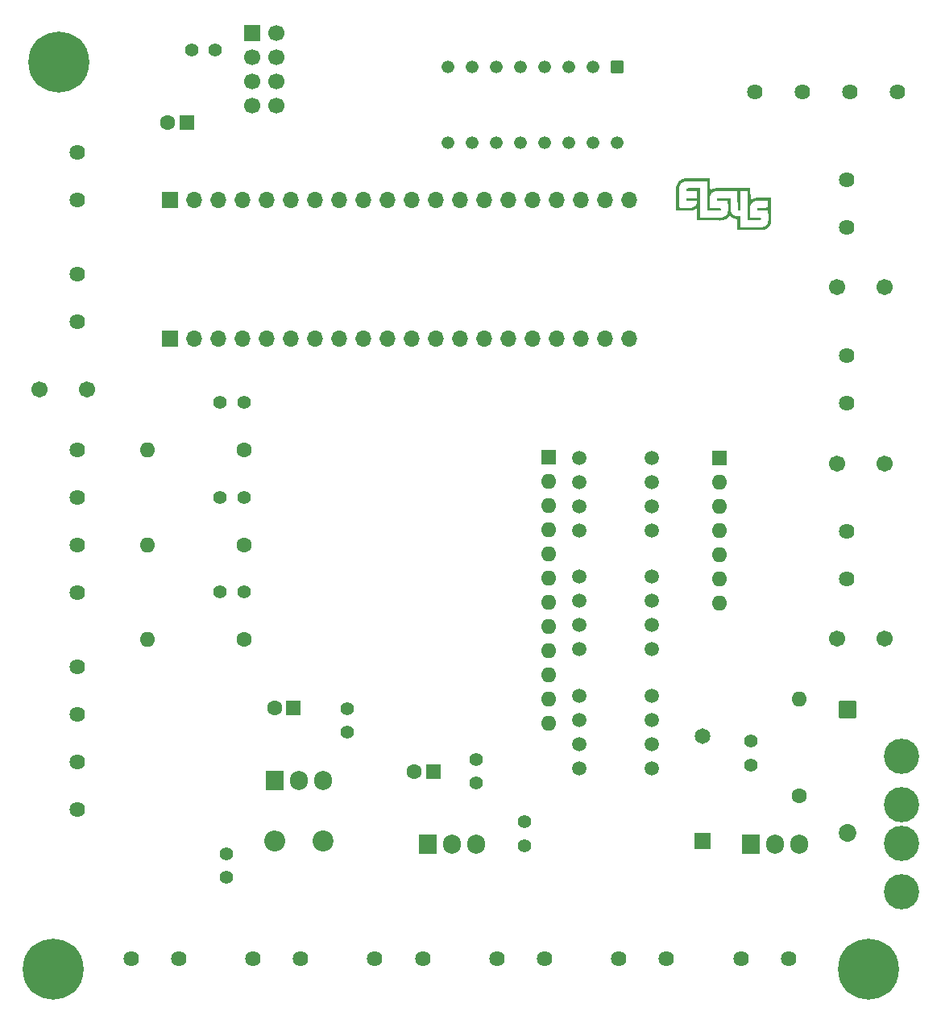
<source format=gbr>
%TF.GenerationSoftware,KiCad,Pcbnew,7.0.9*%
%TF.CreationDate,2024-04-29T14:45:23+03:00*%
%TF.ProjectId,kikad_project,6b696b61-645f-4707-926f-6a6563742e6b,rev?*%
%TF.SameCoordinates,Original*%
%TF.FileFunction,Soldermask,Top*%
%TF.FilePolarity,Negative*%
%FSLAX46Y46*%
G04 Gerber Fmt 4.6, Leading zero omitted, Abs format (unit mm)*
G04 Created by KiCad (PCBNEW 7.0.9) date 2024-04-29 14:45:23*
%MOMM*%
%LPD*%
G01*
G04 APERTURE LIST*
G04 Aperture macros list*
%AMRoundRect*
0 Rectangle with rounded corners*
0 $1 Rounding radius*
0 $2 $3 $4 $5 $6 $7 $8 $9 X,Y pos of 4 corners*
0 Add a 4 corners polygon primitive as box body*
4,1,4,$2,$3,$4,$5,$6,$7,$8,$9,$2,$3,0*
0 Add four circle primitives for the rounded corners*
1,1,$1+$1,$2,$3*
1,1,$1+$1,$4,$5*
1,1,$1+$1,$6,$7*
1,1,$1+$1,$8,$9*
0 Add four rect primitives between the rounded corners*
20,1,$1+$1,$2,$3,$4,$5,0*
20,1,$1+$1,$4,$5,$6,$7,0*
20,1,$1+$1,$6,$7,$8,$9,0*
20,1,$1+$1,$8,$9,$2,$3,0*%
G04 Aperture macros list end*
%ADD10C,1.400000*%
%ADD11C,1.625600*%
%ADD12R,1.651000X1.651000*%
%ADD13C,1.651000*%
%ADD14R,1.905000X2.000000*%
%ADD15O,1.905000X2.000000*%
%ADD16C,1.854000*%
%ADD17RoundRect,0.102000X-0.825000X0.825000X-0.825000X-0.825000X0.825000X-0.825000X0.825000X0.825000X0*%
%ADD18C,1.701800*%
%ADD19C,1.504000*%
%ADD20R,1.600000X1.600000*%
%ADD21O,1.600000X1.600000*%
%ADD22C,6.400000*%
%ADD23C,2.200000*%
%ADD24O,2.200000X2.200000*%
%ADD25C,1.600000*%
%ADD26C,3.704000*%
%ADD27RoundRect,0.102000X-0.565000X0.565000X-0.565000X-0.565000X0.565000X-0.565000X0.565000X0.565000X0*%
%ADD28C,1.334000*%
%ADD29O,1.700000X1.700000*%
%ADD30R,1.700000X1.700000*%
%ADD31C,1.700000*%
G04 APERTURE END LIST*
%TO.C,REF\u002A\u002A*%
G36*
X75793851Y-18561818D02*
G01*
X75866279Y-18561656D01*
X75920157Y-18561899D01*
X75961006Y-18562442D01*
X75991080Y-18563636D01*
X76002783Y-18564587D01*
X76012637Y-18565834D01*
X76020927Y-18567419D01*
X76027933Y-18569387D01*
X76033938Y-18571782D01*
X76039224Y-18574647D01*
X76044073Y-18578028D01*
X76048766Y-18581968D01*
X76058816Y-18591700D01*
X76060927Y-18620946D01*
X76062472Y-18650231D01*
X76063546Y-18679540D01*
X76064248Y-18708857D01*
X76065847Y-18784296D01*
X76067187Y-18866309D01*
X76068853Y-18949837D01*
X76073698Y-19215125D01*
X76077161Y-19394494D01*
X76085274Y-19835242D01*
X76128062Y-19803306D01*
X76187800Y-19760828D01*
X76245471Y-19718970D01*
X76288545Y-19696816D01*
X76331559Y-19677263D01*
X76374566Y-19660153D01*
X76417622Y-19645326D01*
X76460782Y-19632627D01*
X76504099Y-19621895D01*
X76547630Y-19612975D01*
X76591429Y-19605707D01*
X76635551Y-19599934D01*
X76680050Y-19595497D01*
X76724982Y-19592240D01*
X76770401Y-19590003D01*
X76862922Y-19587960D01*
X76958050Y-19588106D01*
X77067649Y-19588071D01*
X77215219Y-19588353D01*
X77362788Y-19589069D01*
X77672117Y-19589706D01*
X78256809Y-19591400D01*
X78922911Y-19593122D01*
X80292149Y-19597117D01*
X80318607Y-20867117D01*
X80556732Y-20708367D01*
X80603279Y-20689088D01*
X80649500Y-20672216D01*
X80695475Y-20657594D01*
X80741285Y-20645062D01*
X80787010Y-20634462D01*
X80832730Y-20625634D01*
X80878527Y-20618421D01*
X80924480Y-20612663D01*
X80970669Y-20608202D01*
X81017176Y-20604879D01*
X81111463Y-20601012D01*
X81207985Y-20599792D01*
X81307384Y-20599950D01*
X81409807Y-20600063D01*
X81677699Y-20600717D01*
X81951737Y-20601242D01*
X82488190Y-20602534D01*
X82493673Y-21580979D01*
X82496174Y-22035373D01*
X82497533Y-22254873D01*
X82498232Y-22474378D01*
X82498664Y-22557872D01*
X82499380Y-22641364D01*
X82499026Y-22793548D01*
X82496906Y-22867274D01*
X82493022Y-22939519D01*
X82487026Y-23010354D01*
X82478567Y-23079851D01*
X82467296Y-23148083D01*
X82452863Y-23215121D01*
X82434916Y-23281037D01*
X82413107Y-23345903D01*
X82387086Y-23409790D01*
X82356502Y-23472772D01*
X82321006Y-23534919D01*
X82280247Y-23596303D01*
X82233876Y-23656997D01*
X82181542Y-23717072D01*
X82148843Y-23746260D01*
X82114993Y-23774374D01*
X82080050Y-23801301D01*
X82044070Y-23826929D01*
X82007108Y-23851146D01*
X81969221Y-23873840D01*
X81930464Y-23894899D01*
X81890895Y-23914212D01*
X81850568Y-23931665D01*
X81809540Y-23947148D01*
X81767868Y-23960548D01*
X81725607Y-23971752D01*
X81682813Y-23980650D01*
X81639542Y-23987129D01*
X81595851Y-23991077D01*
X81551795Y-23992382D01*
X81481868Y-23992492D01*
X81405802Y-23992204D01*
X81325208Y-23992215D01*
X81061507Y-23991784D01*
X80878662Y-23991671D01*
X80397412Y-23991017D01*
X79906333Y-23990492D01*
X78942774Y-23989200D01*
X78916315Y-22851492D01*
X78625274Y-22798575D01*
X78589791Y-22784083D01*
X78555244Y-22768663D01*
X78521597Y-22752315D01*
X78488813Y-22735036D01*
X78456853Y-22716826D01*
X78425680Y-22697683D01*
X78395257Y-22677606D01*
X78365547Y-22656593D01*
X78336511Y-22634642D01*
X78308114Y-22611752D01*
X78280316Y-22587922D01*
X78253082Y-22563151D01*
X78226373Y-22537436D01*
X78200151Y-22510776D01*
X78174381Y-22483170D01*
X78149024Y-22454617D01*
X78107683Y-22509187D01*
X78065606Y-22558375D01*
X78023184Y-22604828D01*
X77980255Y-22648575D01*
X77936658Y-22689642D01*
X77892229Y-22728060D01*
X77846807Y-22763855D01*
X77800231Y-22797056D01*
X77752338Y-22827691D01*
X77702966Y-22855788D01*
X77651954Y-22881376D01*
X77599139Y-22904483D01*
X77544360Y-22925137D01*
X77487454Y-22943365D01*
X77428259Y-22959197D01*
X77366614Y-22972660D01*
X77302357Y-22983783D01*
X77268826Y-22985935D01*
X77235334Y-22987563D01*
X77201866Y-22988729D01*
X77168404Y-22989495D01*
X77101436Y-22990074D01*
X77034299Y-22989791D01*
X76957545Y-22989814D01*
X76709318Y-22988951D01*
X76536051Y-22988724D01*
X76082212Y-22987417D01*
X75536501Y-22986229D01*
X74709440Y-22983783D01*
X74682982Y-21713783D01*
X74418399Y-21872533D01*
X74379592Y-21888648D01*
X74341049Y-21902705D01*
X74302705Y-21914842D01*
X74264493Y-21925194D01*
X74226349Y-21933897D01*
X74188206Y-21941087D01*
X74149999Y-21946900D01*
X74111661Y-21951471D01*
X74073128Y-21954937D01*
X74034333Y-21957433D01*
X73955695Y-21960061D01*
X73875223Y-21960441D01*
X73792391Y-21959660D01*
X73681296Y-21959320D01*
X73536258Y-21958557D01*
X73391223Y-21957359D01*
X73094294Y-21955784D01*
X72513399Y-21951908D01*
X72507916Y-20973463D01*
X72505415Y-20519070D01*
X72504056Y-20299568D01*
X72503358Y-20080064D01*
X72502926Y-19996570D01*
X72502209Y-19913078D01*
X72500621Y-19727874D01*
X72500700Y-19690662D01*
X72827884Y-19690662D01*
X72828315Y-19905832D01*
X72828429Y-20054979D01*
X72829082Y-20447625D01*
X72829607Y-20848255D01*
X72830899Y-21634409D01*
X73111881Y-21638711D01*
X73392880Y-21641676D01*
X73488342Y-21642849D01*
X73583799Y-21644389D01*
X73721525Y-21646246D01*
X73859260Y-21647328D01*
X73944564Y-21649397D01*
X73984933Y-21648812D01*
X74024344Y-21646980D01*
X74062845Y-21643830D01*
X74100481Y-21639290D01*
X74137300Y-21633291D01*
X74173348Y-21625760D01*
X74208671Y-21616628D01*
X74243316Y-21605822D01*
X74277328Y-21593272D01*
X74310756Y-21578908D01*
X74343644Y-21562657D01*
X74376040Y-21544450D01*
X74407991Y-21524215D01*
X74439541Y-21501881D01*
X74470739Y-21477377D01*
X74501630Y-21450633D01*
X74529431Y-21420582D01*
X74554973Y-21390675D01*
X74578315Y-21360792D01*
X74599519Y-21330813D01*
X74618646Y-21300619D01*
X74635757Y-21270089D01*
X74650914Y-21239105D01*
X74664176Y-21207546D01*
X74675607Y-21175293D01*
X74685265Y-21142226D01*
X74693214Y-21108226D01*
X74699513Y-21073172D01*
X74704224Y-21036946D01*
X74707409Y-20999427D01*
X74709127Y-20960496D01*
X74709440Y-20920033D01*
X74610700Y-20918864D01*
X74429783Y-20916228D01*
X74248874Y-20913090D01*
X74170496Y-20911873D01*
X74092114Y-20910867D01*
X73979611Y-20909216D01*
X73867115Y-20907114D01*
X73796038Y-20906602D01*
X73730237Y-20905015D01*
X73672195Y-20904125D01*
X73663813Y-20902248D01*
X73656398Y-20900488D01*
X73649803Y-20898711D01*
X73646767Y-20897775D01*
X73643881Y-20896786D01*
X73641126Y-20895727D01*
X73638484Y-20894581D01*
X73635937Y-20893333D01*
X73633466Y-20891965D01*
X73631053Y-20890462D01*
X73628680Y-20888806D01*
X73626327Y-20886982D01*
X73623978Y-20884972D01*
X73621612Y-20882761D01*
X73619212Y-20880332D01*
X73616760Y-20877668D01*
X73614237Y-20874753D01*
X73608905Y-20868104D01*
X73603068Y-20860254D01*
X73596579Y-20851070D01*
X73589292Y-20840421D01*
X73571732Y-20814200D01*
X73576528Y-20774471D01*
X73580604Y-20744144D01*
X73582565Y-20731925D01*
X73584579Y-20721359D01*
X73586722Y-20712213D01*
X73589073Y-20704255D01*
X73591709Y-20697253D01*
X73594707Y-20690973D01*
X73598146Y-20685183D01*
X73602101Y-20679652D01*
X73606652Y-20674145D01*
X73611875Y-20668431D01*
X73624649Y-20655450D01*
X73684654Y-20652564D01*
X73744565Y-20650237D01*
X73804489Y-20648424D01*
X73864531Y-20647079D01*
X73937381Y-20645412D01*
X74168698Y-20640567D01*
X74325123Y-20637105D01*
X74709440Y-20628992D01*
X74709440Y-19914617D01*
X74486508Y-19909759D01*
X74272936Y-19904766D01*
X74124418Y-19901459D01*
X73911040Y-19896530D01*
X73843884Y-19895190D01*
X73811528Y-19894254D01*
X73780209Y-19892944D01*
X73749643Y-19890984D01*
X73719546Y-19888095D01*
X73704585Y-19886216D01*
X73689636Y-19884000D01*
X73674662Y-19881413D01*
X73659629Y-19878421D01*
X73644500Y-19874988D01*
X73629241Y-19871080D01*
X73613817Y-19866663D01*
X73598191Y-19861700D01*
X73592170Y-19836973D01*
X73587545Y-19817362D01*
X73584005Y-19801006D01*
X73581241Y-19786046D01*
X73578941Y-19770621D01*
X73576797Y-19752870D01*
X73571732Y-19702950D01*
X73604784Y-19672416D01*
X73639406Y-19645191D01*
X73675522Y-19621121D01*
X73713054Y-19600049D01*
X73751926Y-19581821D01*
X73792061Y-19566281D01*
X73833382Y-19553274D01*
X73875812Y-19542645D01*
X73919274Y-19534239D01*
X73963691Y-19527899D01*
X74055085Y-19520801D01*
X74149377Y-19520108D01*
X74245952Y-19524577D01*
X74344195Y-19532967D01*
X74443492Y-19544035D01*
X74642784Y-19569237D01*
X74741550Y-19580886D01*
X74838907Y-19590244D01*
X74934243Y-19596068D01*
X75026941Y-19597117D01*
X75026941Y-22666283D01*
X76159688Y-22672898D01*
X76515822Y-22675818D01*
X76728659Y-22676385D01*
X76799120Y-22676778D01*
X76869578Y-22677457D01*
X77024473Y-22679325D01*
X77088684Y-22679235D01*
X77145765Y-22678046D01*
X77196987Y-22675446D01*
X77243621Y-22671124D01*
X77286939Y-22664767D01*
X77328211Y-22656063D01*
X77368708Y-22644702D01*
X77409702Y-22630370D01*
X77452463Y-22612756D01*
X77498263Y-22591548D01*
X77548372Y-22566434D01*
X77604061Y-22537103D01*
X77737266Y-22464539D01*
X77761937Y-22438670D01*
X77785046Y-22411485D01*
X77806604Y-22383083D01*
X77826617Y-22353560D01*
X77845095Y-22323013D01*
X77862046Y-22291541D01*
X77877477Y-22259239D01*
X77891397Y-22226207D01*
X77903815Y-22192540D01*
X77914739Y-22158337D01*
X77924178Y-22123694D01*
X77932138Y-22088709D01*
X77938630Y-22053480D01*
X77943660Y-22018103D01*
X77947238Y-21982676D01*
X77949372Y-21947297D01*
X77949252Y-21911395D01*
X77948931Y-21875494D01*
X77948411Y-21839595D01*
X77947692Y-21803701D01*
X77947369Y-21735158D01*
X77945980Y-21610366D01*
X77943972Y-21485580D01*
X77937357Y-20920033D01*
X76799649Y-20893575D01*
X76799649Y-20655450D01*
X78254857Y-20628992D01*
X78242939Y-21510734D01*
X78241938Y-21678023D01*
X78239887Y-21763942D01*
X78240404Y-21803827D01*
X78242061Y-21842919D01*
X78244944Y-21881242D01*
X78249142Y-21918819D01*
X78254743Y-21955672D01*
X78261835Y-21991824D01*
X78270506Y-22027300D01*
X78280843Y-22062122D01*
X78292934Y-22096314D01*
X78306868Y-22129898D01*
X78322732Y-22162898D01*
X78340615Y-22195337D01*
X78360603Y-22227237D01*
X78382786Y-22258624D01*
X78407251Y-22289518D01*
X78434085Y-22319944D01*
X78457572Y-22340844D01*
X78480965Y-22360345D01*
X78504291Y-22378495D01*
X78527572Y-22395341D01*
X78550833Y-22410933D01*
X78574098Y-22425318D01*
X78597392Y-22438545D01*
X78620740Y-22450662D01*
X78644165Y-22461717D01*
X78667691Y-22471759D01*
X78715147Y-22488996D01*
X78763302Y-22502758D01*
X78812350Y-22513433D01*
X78862487Y-22521405D01*
X78913907Y-22527061D01*
X78966805Y-22530788D01*
X79021375Y-22532971D01*
X79136312Y-22534251D01*
X79260274Y-22533992D01*
X79260274Y-23671700D01*
X80095106Y-23676868D01*
X80606180Y-23679684D01*
X80812300Y-23681043D01*
X81018423Y-23681741D01*
X81096887Y-23682174D01*
X81175349Y-23682890D01*
X81285623Y-23683611D01*
X81395899Y-23683715D01*
X81460779Y-23684868D01*
X81494431Y-23683992D01*
X81527376Y-23681855D01*
X81559659Y-23678464D01*
X81591326Y-23673825D01*
X81622421Y-23667946D01*
X81652990Y-23660834D01*
X81683079Y-23652495D01*
X81712731Y-23642936D01*
X81741994Y-23632165D01*
X81770911Y-23620188D01*
X81799528Y-23607011D01*
X81827890Y-23592643D01*
X81856043Y-23577090D01*
X81884032Y-23560359D01*
X81911901Y-23542456D01*
X81939697Y-23523389D01*
X81980521Y-23481531D01*
X82022379Y-23440706D01*
X82045908Y-23405972D01*
X82067192Y-23371484D01*
X82086324Y-23337142D01*
X82103396Y-23302848D01*
X82118499Y-23268502D01*
X82131726Y-23234004D01*
X82143168Y-23199255D01*
X82152918Y-23164156D01*
X82161067Y-23128608D01*
X82167708Y-23092510D01*
X82172933Y-23055764D01*
X82176832Y-23018270D01*
X82179499Y-22979929D01*
X82181026Y-22940642D01*
X82181504Y-22900309D01*
X82181025Y-22858830D01*
X82180572Y-22779768D01*
X82179225Y-22656050D01*
X82177305Y-22532338D01*
X82175858Y-22363511D01*
X82173658Y-22157705D01*
X82170690Y-21951908D01*
X82074798Y-21950739D01*
X81898836Y-21948102D01*
X81722882Y-21944965D01*
X81646699Y-21943748D01*
X81570513Y-21942743D01*
X81461063Y-21941089D01*
X81351618Y-21938989D01*
X81282710Y-21938477D01*
X81218520Y-21936890D01*
X81162080Y-21936000D01*
X81150316Y-21933293D01*
X81139426Y-21930342D01*
X81129327Y-21927116D01*
X81119938Y-21923582D01*
X81111178Y-21919712D01*
X81102965Y-21915474D01*
X81095217Y-21910837D01*
X81087853Y-21905770D01*
X81080792Y-21900243D01*
X81073951Y-21894224D01*
X81067250Y-21887684D01*
X81060607Y-21880591D01*
X81053940Y-21872914D01*
X81047168Y-21864623D01*
X81040209Y-21855687D01*
X81032982Y-21846075D01*
X81034662Y-21818635D01*
X81036186Y-21797086D01*
X81037865Y-21779568D01*
X81038860Y-21771739D01*
X81040010Y-21764220D01*
X81041353Y-21756778D01*
X81042930Y-21749182D01*
X81046934Y-21732594D01*
X81052335Y-21712595D01*
X81059440Y-21687325D01*
X81076350Y-21679585D01*
X81093524Y-21673067D01*
X81110939Y-21667667D01*
X81128572Y-21663284D01*
X81146402Y-21659814D01*
X81164405Y-21657154D01*
X81182559Y-21655201D01*
X81200842Y-21653854D01*
X81219232Y-21653008D01*
X81237704Y-21652561D01*
X81274810Y-21652452D01*
X81311981Y-21652704D01*
X81349035Y-21652495D01*
X81419992Y-21650829D01*
X81644831Y-21645984D01*
X81797070Y-21642522D01*
X82170690Y-21634409D01*
X82170690Y-20920033D01*
X81907384Y-20916687D01*
X81644075Y-20914220D01*
X81554660Y-20913282D01*
X81465249Y-20912049D01*
X81336090Y-20910562D01*
X81206925Y-20909698D01*
X81127296Y-20908043D01*
X81086766Y-20908560D01*
X81046334Y-20910180D01*
X81006051Y-20912969D01*
X80965971Y-20916992D01*
X80926149Y-20922314D01*
X80886637Y-20929002D01*
X80847489Y-20937121D01*
X80808759Y-20946737D01*
X80770499Y-20957914D01*
X80732763Y-20970719D01*
X80695605Y-20985217D01*
X80659078Y-21001474D01*
X80623236Y-21019554D01*
X80588132Y-21039525D01*
X80553819Y-21061451D01*
X80520352Y-21085398D01*
X80495707Y-21111757D01*
X80471992Y-21138331D01*
X80449300Y-21165186D01*
X80427721Y-21192388D01*
X80407349Y-21220004D01*
X80388274Y-21248099D01*
X80370590Y-21276739D01*
X80354387Y-21305991D01*
X80339758Y-21335920D01*
X80326794Y-21366592D01*
X80315589Y-21398074D01*
X80306233Y-21430432D01*
X80298818Y-21463730D01*
X80293438Y-21498037D01*
X80290183Y-21533416D01*
X80289381Y-21551530D01*
X80289145Y-21569936D01*
X80289151Y-21643757D01*
X80289565Y-21723189D01*
X80289678Y-21804710D01*
X80290495Y-22062703D01*
X80290856Y-22237524D01*
X80292149Y-22666283D01*
X80388040Y-22667453D01*
X80564003Y-22670090D01*
X80739957Y-22673227D01*
X80816140Y-22674444D01*
X80892325Y-22675450D01*
X81001776Y-22677103D01*
X81111220Y-22679203D01*
X81180129Y-22679715D01*
X81244319Y-22681302D01*
X81300759Y-22682192D01*
X81312462Y-22684893D01*
X81323305Y-22687855D01*
X81333368Y-22691105D01*
X81342731Y-22694670D01*
X81351476Y-22698578D01*
X81359682Y-22702858D01*
X81367431Y-22707535D01*
X81374802Y-22712639D01*
X81381877Y-22718197D01*
X81388735Y-22724235D01*
X81395458Y-22730783D01*
X81402126Y-22737866D01*
X81408819Y-22745514D01*
X81415618Y-22753753D01*
X81422604Y-22762612D01*
X81429857Y-22772117D01*
X81426098Y-22810809D01*
X81422764Y-22840395D01*
X81421062Y-22852355D01*
X81419233Y-22862735D01*
X81417201Y-22871770D01*
X81414887Y-22879691D01*
X81412214Y-22886730D01*
X81409105Y-22893121D01*
X81405481Y-22899096D01*
X81401266Y-22904887D01*
X81396382Y-22910727D01*
X81390752Y-22916849D01*
X81376940Y-22930867D01*
X79974649Y-22957325D01*
X79974649Y-19914617D01*
X79260274Y-19914617D01*
X79258685Y-20093508D01*
X79252666Y-20677717D01*
X79249111Y-21032029D01*
X79245508Y-21373762D01*
X79244310Y-21504341D01*
X79243432Y-21595570D01*
X79242252Y-21686795D01*
X79241183Y-21791840D01*
X79238648Y-21818578D01*
X79237418Y-21829600D01*
X79236097Y-21839318D01*
X79234595Y-21847927D01*
X79232823Y-21855623D01*
X79230695Y-21862603D01*
X79228122Y-21869061D01*
X79225014Y-21875194D01*
X79221285Y-21881197D01*
X79216845Y-21887266D01*
X79211606Y-21893597D01*
X79205481Y-21900385D01*
X79198380Y-21907826D01*
X79180899Y-21925450D01*
X79124054Y-21919456D01*
X79103694Y-21917078D01*
X79085814Y-21914701D01*
X79068244Y-21912014D01*
X79048814Y-21908707D01*
X78995690Y-21898992D01*
X78990279Y-21881906D01*
X78985542Y-21865193D01*
X78981433Y-21848790D01*
X78977905Y-21832637D01*
X78974911Y-21816671D01*
X78972403Y-21800830D01*
X78970336Y-21785053D01*
X78968662Y-21769278D01*
X78966306Y-21737486D01*
X78964961Y-21704961D01*
X78963800Y-21635733D01*
X78963006Y-21579393D01*
X78960861Y-21395147D01*
X78959194Y-21267355D01*
X78955150Y-20931081D01*
X78950887Y-20587909D01*
X78942774Y-19914617D01*
X78034032Y-19909133D01*
X77612022Y-19906633D01*
X77408218Y-19905274D01*
X77204411Y-19904576D01*
X77126833Y-19904143D01*
X77049257Y-19903427D01*
X76940219Y-19902706D01*
X76831178Y-19902602D01*
X76767048Y-19901449D01*
X76728353Y-19902596D01*
X76690008Y-19905473D01*
X76652064Y-19910079D01*
X76614569Y-19916411D01*
X76577573Y-19924467D01*
X76541124Y-19934246D01*
X76505272Y-19945744D01*
X76470065Y-19958961D01*
X76435554Y-19973893D01*
X76401787Y-19990539D01*
X76368813Y-20008896D01*
X76336682Y-20028963D01*
X76305442Y-20050738D01*
X76275144Y-20074217D01*
X76245835Y-20099400D01*
X76217565Y-20126284D01*
X76188769Y-20165860D01*
X76162872Y-20205505D01*
X76139736Y-20245290D01*
X76119222Y-20285287D01*
X76101192Y-20325566D01*
X76085507Y-20366198D01*
X76072029Y-20407255D01*
X76060620Y-20448807D01*
X76051140Y-20490925D01*
X76043452Y-20533682D01*
X76037417Y-20577146D01*
X76032897Y-20621391D01*
X76029752Y-20666486D01*
X76027845Y-20712503D01*
X76027037Y-20759512D01*
X76027190Y-20807586D01*
X76027416Y-20879642D01*
X76029050Y-21105242D01*
X76029773Y-21259134D01*
X76032357Y-21634409D01*
X76128249Y-21635998D01*
X76480166Y-21642806D01*
X76632534Y-21645571D01*
X76741984Y-21647594D01*
X76851428Y-21649911D01*
X76920338Y-21650838D01*
X76984528Y-21652431D01*
X77040967Y-21653499D01*
X77057534Y-21656034D01*
X77064543Y-21657264D01*
X77070953Y-21658585D01*
X77076955Y-21660088D01*
X77082737Y-21661859D01*
X77088488Y-21663987D01*
X77094397Y-21666560D01*
X77100654Y-21669668D01*
X77107447Y-21673397D01*
X77114966Y-21677837D01*
X77123400Y-21683076D01*
X77132938Y-21689202D01*
X77143768Y-21696302D01*
X77170066Y-21713783D01*
X77177714Y-21730268D01*
X77180821Y-21737154D01*
X77183501Y-21743342D01*
X77185795Y-21748988D01*
X77187739Y-21754246D01*
X77189373Y-21759272D01*
X77190736Y-21764220D01*
X77191867Y-21769245D01*
X77192803Y-21774503D01*
X77193585Y-21780149D01*
X77194250Y-21786337D01*
X77194838Y-21793223D01*
X77195387Y-21800962D01*
X77196524Y-21819617D01*
X77117149Y-21925450D01*
X75741315Y-21951908D01*
X75741315Y-18882742D01*
X74590378Y-18877781D01*
X74227868Y-18875591D01*
X74012141Y-18875166D01*
X73940453Y-18874870D01*
X73868765Y-18874362D01*
X73759756Y-18873816D01*
X73650746Y-18873731D01*
X73586954Y-18872865D01*
X73543621Y-18874085D01*
X73501177Y-18877254D01*
X73459603Y-18882364D01*
X73418881Y-18889404D01*
X73378991Y-18898364D01*
X73339913Y-18909235D01*
X73301630Y-18922007D01*
X73264121Y-18936669D01*
X73227368Y-18953213D01*
X73191352Y-18971628D01*
X73156052Y-18991905D01*
X73121452Y-19014033D01*
X73087530Y-19038003D01*
X73054268Y-19063806D01*
X73021648Y-19091430D01*
X72989649Y-19120867D01*
X72967065Y-19151389D01*
X72946496Y-19181324D01*
X72927866Y-19210827D01*
X72911102Y-19240052D01*
X72896126Y-19269151D01*
X72882864Y-19298279D01*
X72871240Y-19327589D01*
X72861179Y-19357234D01*
X72852605Y-19387370D01*
X72845443Y-19418149D01*
X72839617Y-19449725D01*
X72835052Y-19482251D01*
X72831673Y-19515882D01*
X72829404Y-19550771D01*
X72828170Y-19587072D01*
X72827895Y-19624938D01*
X72827884Y-19690662D01*
X72500700Y-19690662D01*
X72500923Y-19585859D01*
X72502211Y-19528147D01*
X72504486Y-19477751D01*
X72507920Y-19433510D01*
X72512684Y-19394264D01*
X72518948Y-19358853D01*
X72526885Y-19326117D01*
X72536667Y-19294893D01*
X72548463Y-19264024D01*
X72562447Y-19232346D01*
X72578788Y-19198702D01*
X72619232Y-19120867D01*
X72660780Y-19041079D01*
X72693505Y-18996006D01*
X72727491Y-18953064D01*
X72762765Y-18912253D01*
X72799353Y-18873578D01*
X72837281Y-18837040D01*
X72876574Y-18802641D01*
X72917258Y-18770383D01*
X72959359Y-18740270D01*
X73002904Y-18712303D01*
X73047917Y-18686484D01*
X73094425Y-18662817D01*
X73142453Y-18641302D01*
X73192028Y-18621944D01*
X73243175Y-18604743D01*
X73295921Y-18589703D01*
X73350290Y-18576825D01*
X73393467Y-18571865D01*
X73436496Y-18568118D01*
X73479440Y-18565419D01*
X73522361Y-18563601D01*
X73565322Y-18562498D01*
X73608384Y-18561944D01*
X73695065Y-18561818D01*
X73771643Y-18561678D01*
X74021214Y-18561728D01*
X74194745Y-18561651D01*
X74557777Y-18561793D01*
X75024186Y-18561698D01*
X75382142Y-18561701D01*
X75554214Y-18561636D01*
X75793851Y-18561818D01*
G37*
%TD*%
D10*
%TO.C,C12*%
X27100000Y-52060000D03*
X24600000Y-52060000D03*
%TD*%
%TO.C,C11*%
X27100000Y-42100000D03*
X24600000Y-42100000D03*
%TD*%
%TO.C,C10*%
X27100000Y-62020000D03*
X24600000Y-62020000D03*
%TD*%
%TO.C,C9*%
X24070000Y-5080000D03*
X21570000Y-5080000D03*
%TD*%
%TO.C,C7*%
X80350000Y-77650000D03*
X80350000Y-80150000D03*
%TD*%
%TO.C,C6*%
X51500000Y-82050000D03*
X51500000Y-79550000D03*
%TD*%
%TO.C,C4*%
X56575113Y-88630000D03*
X56575113Y-86130000D03*
%TD*%
%TO.C,C3*%
X25220000Y-91960000D03*
X25220000Y-89460000D03*
%TD*%
%TO.C,C2*%
X37920000Y-76720000D03*
X37920000Y-74220000D03*
%TD*%
D11*
%TO.C,J18*%
X40854900Y-100480001D03*
X45854900Y-100480001D03*
%TD*%
%TO.C,J7*%
X90420001Y-42195101D03*
X90420001Y-37195101D03*
%TD*%
D12*
%TO.C,D1*%
X75260000Y-88160600D03*
D13*
X75260000Y-77162400D03*
%TD*%
D11*
%TO.C,J11*%
X9600000Y-47060000D03*
X9600000Y-52060000D03*
X9600000Y-57060000D03*
X9600000Y-62060001D03*
%TD*%
D14*
%TO.C,U4*%
X46420000Y-88460000D03*
D15*
X48960000Y-88460000D03*
X51500000Y-88460000D03*
%TD*%
D11*
%TO.C,J16*%
X90420001Y-60595101D03*
X90420001Y-55595101D03*
%TD*%
D16*
%TO.C,D3*%
X90500000Y-87320000D03*
D17*
X90500000Y-74320000D03*
%TD*%
D18*
%TO.C,J8*%
X89420000Y-48495101D03*
X94420000Y-48495101D03*
%TD*%
D19*
%TO.C,IC1*%
X62290000Y-47890000D03*
X62290000Y-50430000D03*
X62290000Y-52970000D03*
X62290000Y-55510000D03*
X69910000Y-55510000D03*
X69910000Y-52970000D03*
X69910000Y-50430000D03*
X69910000Y-47890000D03*
%TD*%
D11*
%TO.C,J10*%
X9600000Y-69870000D03*
X9600000Y-74870000D03*
X9600000Y-79870000D03*
X9600000Y-84870001D03*
%TD*%
D20*
%TO.C,RN2*%
X59100000Y-47860000D03*
D21*
X59100000Y-50400000D03*
X59100000Y-52940000D03*
X59100000Y-55480000D03*
X59100000Y-58020000D03*
X59100000Y-60560000D03*
X59100000Y-63100000D03*
X59100000Y-65640000D03*
X59100000Y-68180000D03*
X59100000Y-70720000D03*
X59100000Y-73260000D03*
X59100000Y-75800000D03*
%TD*%
D11*
%TO.C,J6*%
X15214900Y-100480001D03*
X20214900Y-100480001D03*
%TD*%
%TO.C,J2*%
X95790000Y-9510000D03*
X90790000Y-9510000D03*
X85790000Y-9510000D03*
X80789999Y-9510000D03*
%TD*%
%TO.C,J14*%
X9600000Y-28640000D03*
X9600000Y-33640000D03*
%TD*%
D22*
%TO.C,H2*%
X7620000Y-6350000D03*
%TD*%
D23*
%TO.C,L1*%
X35380000Y-88150000D03*
D24*
X30300000Y-88150000D03*
%TD*%
D14*
%TO.C,U3*%
X30300000Y-81800000D03*
D15*
X32840000Y-81800000D03*
X35380000Y-81800000D03*
%TD*%
D25*
%TO.C,R3*%
X27100000Y-47080000D03*
D21*
X16940000Y-47080000D03*
%TD*%
D18*
%TO.C,J17*%
X89420000Y-66900001D03*
X94420000Y-66900001D03*
%TD*%
D19*
%TO.C,IC2*%
X62300000Y-60400000D03*
X62300000Y-62940000D03*
X62300000Y-65480000D03*
X62300000Y-68020000D03*
X69920000Y-68020000D03*
X69920000Y-65480000D03*
X69920000Y-62940000D03*
X69920000Y-60400000D03*
%TD*%
D11*
%TO.C,J1*%
X79324900Y-100480001D03*
X84324900Y-100480001D03*
%TD*%
%TO.C,J3*%
X53684900Y-100480001D03*
X58684900Y-100480001D03*
%TD*%
D20*
%TO.C,C1*%
X32300000Y-74180000D03*
D25*
X30300000Y-74180000D03*
%TD*%
D22*
%TO.C,H1*%
X7000000Y-101600000D03*
%TD*%
D11*
%TO.C,J15*%
X66494900Y-100480001D03*
X71494900Y-100480001D03*
%TD*%
D25*
%TO.C,R1*%
X85420000Y-83360000D03*
D21*
X85420000Y-73200000D03*
%TD*%
D14*
%TO.C,Q1*%
X80340000Y-88440000D03*
D15*
X82880000Y-88440000D03*
X85420000Y-88440000D03*
%TD*%
D11*
%TO.C,J4*%
X90420001Y-23705101D03*
X90420001Y-18705101D03*
%TD*%
D20*
%TO.C,C5*%
X46960000Y-80840000D03*
D25*
X44960000Y-80840000D03*
%TD*%
D20*
%TO.C,C8*%
X21050000Y-12700000D03*
D25*
X19050000Y-12700000D03*
%TD*%
D22*
%TO.C,H3*%
X92710000Y-101600000D03*
%TD*%
D18*
%TO.C,J12*%
X10600001Y-40749999D03*
X5600001Y-40749999D03*
%TD*%
D11*
%TO.C,J9*%
X28044900Y-100480001D03*
X33044900Y-100480001D03*
%TD*%
D26*
%TO.C,X1*%
X96150000Y-93470000D03*
X96150000Y-88390000D03*
X96150000Y-84330000D03*
X96150000Y-79250000D03*
%TD*%
D27*
%TO.C,U12*%
X66294000Y-6860000D03*
D28*
X63754000Y-6860000D03*
X61214000Y-6860000D03*
X58674000Y-6860000D03*
X56134000Y-6860000D03*
X53594000Y-6860000D03*
X51054000Y-6860000D03*
X48514000Y-6860000D03*
X48514000Y-14800000D03*
X51054000Y-14800000D03*
X53594000Y-14800000D03*
X56134000Y-14800000D03*
X58674000Y-14800000D03*
X61214000Y-14800000D03*
X63754000Y-14800000D03*
X66294000Y-14800000D03*
%TD*%
D18*
%TO.C,J5*%
X89420000Y-30010000D03*
X94420000Y-30010000D03*
%TD*%
D11*
%TO.C,J13*%
X9600000Y-15820000D03*
X9600000Y-20820000D03*
%TD*%
D29*
%TO.C,U2*%
X67564000Y-20828000D03*
X65024000Y-20828000D03*
X62484000Y-20828000D03*
X59944000Y-20828000D03*
X67564000Y-35403000D03*
X24384000Y-20828000D03*
X26924000Y-20828000D03*
X62484000Y-35403000D03*
X65024000Y-35403000D03*
X57404000Y-20828000D03*
X54864000Y-20828000D03*
X52324000Y-20828000D03*
X49784000Y-20828000D03*
X47244000Y-20828000D03*
X44704000Y-20828000D03*
X42164000Y-20828000D03*
X39624000Y-20828000D03*
X37084000Y-20828000D03*
X34544000Y-20828000D03*
X21844000Y-20828000D03*
X32004000Y-20828000D03*
X29464000Y-20828000D03*
D30*
X19304000Y-20828000D03*
X19304000Y-35403000D03*
D29*
X21844000Y-35403000D03*
X24384000Y-35403000D03*
X26924000Y-35403000D03*
X29464000Y-35403000D03*
X32004000Y-35403000D03*
X34544000Y-35403000D03*
X37084000Y-35403000D03*
X39624000Y-35403000D03*
X42164000Y-35403000D03*
X44704000Y-35403000D03*
X47244000Y-35403000D03*
X49784000Y-35403000D03*
X52324000Y-35403000D03*
X54864000Y-35403000D03*
X57404000Y-35403000D03*
X59944000Y-35403000D03*
%TD*%
D25*
%TO.C,R2*%
X27100000Y-67000000D03*
D21*
X16940000Y-67000000D03*
%TD*%
D20*
%TO.C,RN1*%
X77050000Y-47900000D03*
D21*
X77050000Y-50440000D03*
X77050000Y-52980000D03*
X77050000Y-55520000D03*
X77050000Y-58060000D03*
X77050000Y-60600000D03*
X77050000Y-63140000D03*
%TD*%
D19*
%TO.C,IC3*%
X62290000Y-72910000D03*
X62290000Y-75450000D03*
X62290000Y-77990000D03*
X62290000Y-80530000D03*
X69910000Y-80530000D03*
X69910000Y-77990000D03*
X69910000Y-75450000D03*
X69910000Y-72910000D03*
%TD*%
D30*
%TO.C,U1*%
X27940000Y-3265000D03*
D31*
X30480000Y-3265000D03*
X27940000Y-5805000D03*
X30480000Y-5805000D03*
X27940000Y-8345000D03*
X30480000Y-8345000D03*
X27940000Y-10885000D03*
X30480000Y-10885000D03*
%TD*%
D25*
%TO.C,R4*%
X27100000Y-57040000D03*
D21*
X16940000Y-57040000D03*
%TD*%
M02*

</source>
